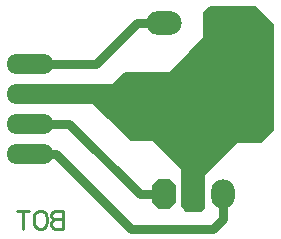
<source format=gbl>
G04 Layer_Physical_Order=4*
G04 Layer_Color=16711680*
%FSLAX23Y23*%
%MOIN*%
G70*
G01*
G75*
%ADD10C,0.008*%
%ADD11C,0.030*%
%ADD12C,0.010*%
%ADD13O,0.118X0.079*%
G04:AMPARAMS|DCode=14|XSize=79mil|YSize=98mil|CornerRadius=0mil|HoleSize=0mil|Usage=FLASHONLY|Rotation=0.000|XOffset=0mil|YOffset=0mil|HoleType=Round|Shape=Octagon|*
%AMOCTAGOND14*
4,1,8,-0.020,0.049,0.020,0.049,0.039,0.030,0.039,-0.030,0.020,-0.049,-0.020,-0.049,-0.039,-0.030,-0.039,0.030,-0.020,0.049,0.0*
%
%ADD14OCTAGOND14*%

%ADD15O,0.079X0.098*%
%ADD16O,0.079X0.098*%
G04:AMPARAMS|DCode=17|XSize=138mil|YSize=197mil|CornerRadius=0mil|HoleSize=0mil|Usage=FLASHONLY|Rotation=0.000|XOffset=0mil|YOffset=0mil|HoleType=Round|Shape=Octagon|*
%AMOCTAGOND17*
4,1,8,-0.034,0.098,0.034,0.098,0.069,0.064,0.069,-0.064,0.034,-0.098,-0.034,-0.098,-0.069,-0.064,-0.069,0.064,-0.034,0.098,0.0*
%
%ADD17OCTAGOND17*%

%ADD18O,0.157X0.067*%
G36*
X3015Y3800D02*
Y3450D01*
X2975Y3410D01*
X2895D01*
X2785Y3300D01*
Y3190D01*
X2775Y3180D01*
X2725D01*
X2710Y3195D01*
Y3320D01*
X2615Y3415D01*
X2540D01*
X2415Y3540D01*
X2255D01*
Y3600D01*
X2480D01*
X2520Y3640D01*
X2670D01*
X2785Y3755D01*
Y3840D01*
X2805Y3860D01*
X2955D01*
X3015Y3800D01*
D02*
G37*
D10*
X2235Y3600D02*
X2480D01*
X2235Y3540D02*
X2415D01*
X2710Y3195D02*
Y3320D01*
X2615Y3415D02*
X2710Y3320D01*
X2540Y3415D02*
X2615D01*
X2415Y3540D02*
X2540Y3415D01*
X2480Y3600D02*
X2520Y3640D01*
X2670D01*
X2785Y3755D01*
Y3840D01*
X2805Y3860D01*
X2955D01*
X3015Y3800D01*
Y3450D02*
Y3800D01*
X2975Y3410D02*
X3015Y3450D01*
X2895Y3410D02*
X2975D01*
X2785Y3300D02*
X2895Y3410D01*
X2785Y3190D02*
Y3300D01*
X2775Y3180D02*
X2785Y3190D01*
X2725Y3180D02*
X2775D01*
X2710Y3195D02*
X2725Y3180D01*
D11*
X2540Y3120D02*
X2815D01*
X2290Y3370D02*
X2540Y3120D01*
X2205Y3370D02*
X2290D01*
X2570Y3235D02*
X2651D01*
X2335Y3470D02*
X2570Y3235D01*
X2205Y3470D02*
X2335D01*
X2848Y3153D02*
Y3235D01*
X2815Y3120D02*
X2848Y3153D01*
X2561Y3806D02*
X2651D01*
X2425Y3670D02*
X2561Y3806D01*
X2205Y3670D02*
X2425D01*
D12*
X2315Y3180D02*
Y3120D01*
Y3180D02*
X2289D01*
X2281Y3177D01*
X2278Y3174D01*
X2275Y3169D01*
Y3163D01*
X2278Y3157D01*
X2281Y3154D01*
X2289Y3151D01*
X2315D02*
X2289D01*
X2281Y3149D01*
X2278Y3146D01*
X2275Y3140D01*
Y3131D01*
X2278Y3126D01*
X2281Y3123D01*
X2289Y3120D01*
X2315D01*
X2244Y3180D02*
X2250Y3177D01*
X2256Y3171D01*
X2259Y3166D01*
X2262Y3157D01*
Y3143D01*
X2259Y3134D01*
X2256Y3129D01*
X2250Y3123D01*
X2244Y3120D01*
X2233D01*
X2227Y3123D01*
X2222Y3129D01*
X2219Y3134D01*
X2216Y3143D01*
Y3157D01*
X2219Y3166D01*
X2222Y3171D01*
X2227Y3177D01*
X2233Y3180D01*
X2244D01*
X2182D02*
Y3120D01*
X2202Y3180D02*
X2162D01*
D13*
X2848Y3806D02*
D03*
X2651D02*
D03*
D14*
Y3235D02*
D03*
D15*
X2749D02*
D03*
D16*
X2848D02*
D03*
D17*
X2570Y3530D02*
D03*
X2928D02*
D03*
D18*
X2205Y3370D02*
D03*
Y3470D02*
D03*
Y3570D02*
D03*
Y3670D02*
D03*
M02*

</source>
